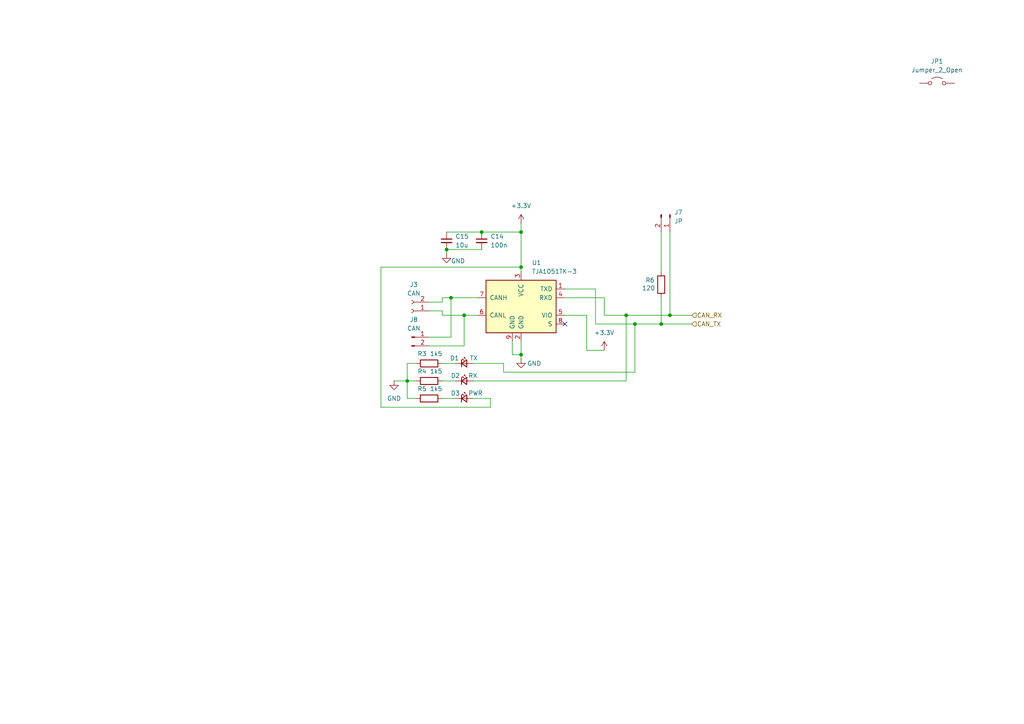
<source format=kicad_sch>
(kicad_sch (version 20250114) (generator "eeschema") (generator_version "9.0")
  (paper "A4")
  (lib_symbols
    (symbol "Connector:Conn_01x02_Pin" (pin_names (offset 1.016) (hide yes))
      (property "Reference" "J" (at 0 2.54 0))
      (property "Value" "Conn_01x02_Pin" (at 0 -5.08 0))
      (symbol "Conn_01x02_Pin_1_1"
        (rectangle (start 0.8636 0.127) (end 0 -0.127) (stroke (width 0.1524)) (fill (type outline)))
        (rectangle (start 0.8636 -2.413) (end 0 -2.667) (stroke (width 0.1524)) (fill (type outline)))
        (polyline (pts (xy 1.27 0) (xy 0.8636 0)) (stroke (width 0.1524)))
        (polyline (pts (xy 1.27 -2.54) (xy 0.8636 -2.54)) (stroke (width 0.1524)))
        (pin passive line (at 5.08 0 180) (length 3.81) (name "Pin_1") (number "1"))
        (pin passive line (at 5.08 -2.54 180) (length 3.81) (name "Pin_2") (number "2"))
      )
    )
    (symbol "Connector:Conn_01x02_Socket" (pin_names (offset 1.016) (hide yes))
      (property "Reference" "J" (at 0 2.54 0))
      (property "Value" "Conn_01x02_Socket" (at 0 -5.08 0))
      (symbol "Conn_01x02_Socket_1_1"
        (polyline (pts (xy -1.27 0) (xy -0.508 0)) (stroke (width 0.1524)))
        (polyline (pts (xy -1.27 -2.54) (xy -0.508 -2.54)) (stroke (width 0.1524)))
        (arc (start 0 -0.508) (mid -0.5058 0) (end 0 0.508) (stroke (width 0.1524)))
        (arc (start 0 -3.048) (mid -0.5058 -2.54) (end 0 -2.032) (stroke (width 0.1524)))
        (pin passive line (at -5.08 0 0) (length 3.81) (name "Pin_1") (number "1"))
        (pin passive line (at -5.08 -2.54 0) (length 3.81) (name "Pin_2") (number "2"))
      )
    )
    (symbol "Device:C_Small" (pin_numbers (hide yes)) (pin_names (offset 0.254) (hide yes))
      (property "Reference" "C" (at 0.254 1.778 0))
      (property "Value" "C_Small" (at 0.254 -2.032 0))
      (symbol "C_Small_0_1"
        (polyline (pts (xy -1.524 0.508) (xy 1.524 0.508)) (stroke (width 0.3048)))
        (polyline (pts (xy -1.524 -0.508) (xy 1.524 -0.508)) (stroke (width 0.3302)))
      )
      (symbol "C_Small_1_1"
        (pin passive line (at 0 2.54 270) (length 2.032) (name "~") (number "1"))
        (pin passive line (at 0 -2.54 90) (length 2.032) (name "~") (number "2"))
      )
    )
    (symbol "Device:LED_Small" (pin_numbers (hide yes)) (pin_names (offset 0.254) (hide yes))
      (property "Reference" "D" (at -1.27 3.175 0))
      (property "Value" "LED_Small" (at -4.445 -2.54 0))
      (symbol "LED_Small_0_1"
        (polyline (pts (xy -0.762 -1.016) (xy -0.762 1.016)) (stroke (width 0.254)))
        (polyline (pts (xy 0 0.762) (xy -0.508 1.27) (xy -0.254 1.27) (xy -0.508 1.27) (xy -0.508 1.016)))
        (polyline (pts (xy 0.508 1.27) (xy 0 1.778) (xy 0.254 1.778) (xy 0 1.778) (xy 0 1.524)))
        (polyline (pts (xy 0.762 -1.016) (xy -0.762 0) (xy 0.762 1.016) (xy 0.762 -1.016)) (stroke (width 0.254)))
        (polyline (pts (xy 1.016 0) (xy -0.762 0)))
      )
      (symbol "LED_Small_1_1"
        (pin passive line (at -2.54 0 0) (length 1.778) (name "K") (number "1"))
        (pin passive line (at 2.54 0 180) (length 1.778) (name "A") (number "2"))
      )
    )
    (symbol "Device:R" (pin_numbers (hide yes)) (pin_names (offset 0))
      (property "Reference" "R" (at 2.032 0 90))
      (property "Value" "R" (at 0 0 90))
      (symbol "R_0_1"
        (rectangle (start -1.016 -2.54) (end 1.016 2.54) (stroke (width 0.254)))
      )
      (symbol "R_1_1"
        (pin passive line (at 0 3.81 270) (length 1.27) (name "~") (number "1"))
        (pin passive line (at 0 -3.81 90) (length 1.27) (name "~") (number "2"))
      )
    )
    (symbol "Interface_CAN_LIN:TJA1051TK-3" (pin_names (offset 1.016))
      (property "Reference" "U" (at -10.16 8.89 0))
      (property "Value" "TJA1051TK-3" (at 1.27 8.89 0))
      (symbol "TJA1051TK-3_0_1"
        (rectangle (start -10.16 7.62) (end 10.16 -7.62) (stroke (width 0.254)) (fill (type background)))
      )
      (symbol "TJA1051TK-3_1_1"
        (pin input line (at -12.7 5.08 0) (length 2.54) (name "TXD") (number "1"))
        (pin output line (at -12.7 2.54 0) (length 2.54) (name "RXD") (number "4"))
        (pin power_in line (at -12.7 -2.54 0) (length 2.54) (name "VIO") (number "5"))
        (pin input line (at -12.7 -5.08 0) (length 2.54) (name "S") (number "8"))
        (pin power_in line (at 0 10.16 270) (length 2.54) (name "VCC") (number "3"))
        (pin power_in line (at 0 -10.16 90) (length 2.54) (name "GND") (number "2"))
        (pin power_in line (at 2.54 -10.16 90) (length 2.54) (name "GND") (number "9"))
        (pin bidirectional line (at 12.7 2.54 180) (length 2.54) (name "CANH") (number "7"))
        (pin bidirectional line (at 12.7 -2.54 180) (length 2.54) (name "CANL") (number "6"))
      )
    )
    (symbol "Jumper:Jumper_2_Open" (pin_numbers (hide yes)) (pin_names (offset 0) (hide yes)) (exclude_from_sim yes)
      (property "Reference" "JP" (at 0 2.794 0))
      (property "Value" "Jumper_2_Open" (at 0 -2.286 0))
      (symbol "Jumper_2_Open_0_0"
        (circle (center -2.032 0) (radius 0.508))
        (circle (center 2.032 0) (radius 0.508))
      )
      (symbol "Jumper_2_Open_0_1"
        (arc (start -1.524 1.27) (mid 0 1.778) (end 1.524 1.27))
      )
      (symbol "Jumper_2_Open_1_1"
        (pin passive line (at -5.08 0 0) (length 2.54) (name "A") (number "1"))
        (pin passive line (at 5.08 0 180) (length 2.54) (name "B") (number "2"))
      )
    )
    (symbol "power:+3.3V" (power) (pin_numbers (hide yes)) (pin_names (offset 0) (hide yes))
      (property "Value" "+3.3V" (at 0 3.556 0))
      (symbol "+3.3V_0_1"
        (polyline (pts (xy -0.762 1.27) (xy 0 2.54)))
        (polyline (pts (xy 0 2.54) (xy 0.762 1.27)))
        (polyline (pts (xy 0 0) (xy 0 2.54)))
      )
      (symbol "+3.3V_1_1"
        (pin power_in line (at 0 0 90) (length 0) (name "~") (number "1"))
      )
    )
    (symbol "power:GND" (power) (pin_numbers (hide yes)) (pin_names (offset 0) (hide yes))
      (property "Value" "GND" (at 0 -3.81 0))
      (symbol "GND_0_1"
        (polyline (pts (xy 0 0) (xy 0 -1.27) (xy 1.27 -1.27) (xy 0 -2.54) (xy -1.27 -1.27) (xy 0 -1.27)))
      )
      (symbol "GND_1_1"
        (pin power_in line (at 0 0 270) (length 0) (name "~") (number "1"))
      )
    )
  )
  (junction (at 191.77 93.98))
  (junction (at 130.81 86.36))
  (junction (at 118.11 110.49))
  (junction (at 151.13 67.31))
  (junction (at 151.13 77.47))
  (junction (at 151.13 102.87))
  (junction (at 194.31 91.44))
  (junction (at 129.54 72.39))
  (junction (at 139.7 67.31))
  (junction (at 184.15 93.98))
  (junction (at 134.62 91.44))
  (junction (at 181.61 91.44))
  (no_connect (at 163.83 93.98))
  (wire (pts (xy 181.61 91.44) (xy 194.31 91.44)))
  (wire (pts (xy 120.65 105.41) (xy 118.11 105.41)))
  (wire (pts (xy 118.11 115.57) (xy 118.11 110.49)))
  (wire (pts (xy 118.11 110.49) (xy 120.65 110.49)))
  (wire (pts (xy 146.05 105.41) (xy 137.16 105.41)))
  (wire (pts (xy 118.11 110.49) (xy 114.3 110.49)))
  (wire (pts (xy 170.18 101.6) (xy 175.26 101.6)))
  (wire (pts (xy 181.61 91.44) (xy 181.61 110.49)))
  (wire (pts (xy 110.49 77.47) (xy 110.49 118.11)))
  (wire (pts (xy 184.15 107.95) (xy 146.05 107.95)))
  (wire (pts (xy 148.59 99.06) (xy 148.59 102.87)))
  (wire (pts (xy 118.11 105.41) (xy 118.11 110.49)))
  (wire (pts (xy 138.43 86.36) (xy 130.81 86.36)))
  (wire (pts (xy 128.27 105.41) (xy 132.08 105.41)))
  (wire (pts (xy 172.72 93.98) (xy 172.72 83.82)))
  (wire (pts (xy 148.59 102.87) (xy 151.13 102.87)))
  (wire (pts (xy 151.13 102.87) (xy 151.13 104.14)))
  (wire (pts (xy 163.83 86.36) (xy 175.26 86.36)))
  (wire (pts (xy 130.81 86.36) (xy 128.27 86.36)))
  (wire (pts (xy 194.31 67.31) (xy 194.31 91.44)))
  (wire (pts (xy 110.49 118.11) (xy 142.24 118.11)))
  (wire (pts (xy 163.83 91.44) (xy 170.18 91.44)))
  (wire (pts (xy 172.72 83.82) (xy 163.83 83.82)))
  (wire (pts (xy 137.16 110.49) (xy 181.61 110.49)))
  (wire (pts (xy 130.81 86.36) (xy 130.81 97.79)))
  (wire (pts (xy 191.77 93.98) (xy 200.66 93.98)))
  (wire (pts (xy 172.72 93.98) (xy 184.15 93.98)))
  (wire (pts (xy 128.27 86.36) (xy 128.27 87.63)))
  (wire (pts (xy 170.18 91.44) (xy 170.18 101.6)))
  (wire (pts (xy 129.54 72.39) (xy 129.54 73.66)))
  (wire (pts (xy 175.26 91.44) (xy 181.61 91.44)))
  (wire (pts (xy 128.27 90.17) (xy 124.46 90.17)))
  (wire (pts (xy 129.54 67.31) (xy 139.7 67.31)))
  (wire (pts (xy 128.27 115.57) (xy 132.08 115.57)))
  (wire (pts (xy 120.65 115.57) (xy 118.11 115.57)))
  (wire (pts (xy 151.13 77.47) (xy 151.13 78.74)))
  (wire (pts (xy 134.62 91.44) (xy 134.62 100.33)))
  (wire (pts (xy 151.13 67.31) (xy 151.13 77.47)))
  (wire (pts (xy 175.26 91.44) (xy 175.26 86.36)))
  (wire (pts (xy 142.24 115.57) (xy 137.16 115.57)))
  (wire (pts (xy 191.77 86.36) (xy 191.77 93.98)))
  (wire (pts (xy 146.05 107.95) (xy 146.05 105.41)))
  (wire (pts (xy 138.43 91.44) (xy 134.62 91.44)))
  (wire (pts (xy 194.31 91.44) (xy 200.66 91.44)))
  (wire (pts (xy 129.54 72.39) (xy 139.7 72.39)))
  (wire (pts (xy 184.15 93.98) (xy 191.77 93.98)))
  (wire (pts (xy 128.27 91.44) (xy 128.27 90.17)))
  (wire (pts (xy 151.13 77.47) (xy 110.49 77.47)))
  (wire (pts (xy 130.81 97.79) (xy 124.46 97.79)))
  (wire (pts (xy 134.62 100.33) (xy 124.46 100.33)))
  (wire (pts (xy 139.7 67.31) (xy 151.13 67.31)))
  (wire (pts (xy 151.13 64.77) (xy 151.13 67.31)))
  (wire (pts (xy 128.27 87.63) (xy 124.46 87.63)))
  (wire (pts (xy 128.27 110.49) (xy 132.08 110.49)))
  (wire (pts (xy 142.24 118.11) (xy 142.24 115.57)))
  (wire (pts (xy 184.15 93.98) (xy 184.15 107.95)))
  (wire (pts (xy 191.77 67.31) (xy 191.77 78.74)))
  (wire (pts (xy 151.13 99.06) (xy 151.13 102.87)))
  (wire (pts (xy 134.62 91.44) (xy 128.27 91.44)))
  (hierarchical_label "CAN_RX" (shape input) (at 200.66 91.44 0))
  (hierarchical_label "CAN_TX" (shape input) (at 200.66 93.98 0))
  (symbol (lib_id "Interface_CAN_LIN:TJA1051TK-3") (at 151.13 88.9 0) (mirror y) (unit 1)
    (property "Reference" "U1" (at 154.2481 76.2 0) (effects (justify right)))
    (property "Value" "TJA1051TK-3" (at 154.2481 78.74 0) (effects (justify right)))
    (property "Footprint" "Package_DFN_QFN:DFN-8-1EP_3x3mm_P0.65mm_EP1.55x2.4mm" (effects (hide yes)))
    (property "Datasheet" "http://www.nxp.com/docs/en/data-sheet/TJA1051.pdf" (effects (hide yes)))
    (property "Description" "High-Speed CAN Transceiver, separate VIO, silent mode, DFN-8" (effects (hide yes)))
  )
  (symbol (lib_id "Device:R") (at 191.77 82.55 0) (unit 1)
    (property "Reference" "R6" (at 187.198 81.28 0) (effects (justify left)))
    (property "Value" "120" (at 186.182 83.566 0) (effects (justify left)))
    (property "Description" "Resistor" (effects (hide yes)))
  )
  (symbol (lib_id "power:GND") (at 114.3 110.49 0) (unit 1)
    (property "Reference" "#PWR026" (effects (hide yes)))
    (property "Value" "GND" (at 114.3 115.57 0))
    (property "Description" "Power symbol creates a global label with name \"GND\" , ground" (effects (hide yes)))
  )
  (symbol (lib_id "Device:R") (at 124.46 110.49 90) (unit 1)
    (property "Reference" "R4" (at 122.428 107.696 90))
    (property "Value" "1k5" (at 126.492 107.696 90))
    (property "Description" "Resistor" (effects (hide yes)))
  )
  (symbol (lib_id "Device:C_Small") (at 139.7 69.85 0) (unit 1)
    (property "Reference" "C14" (at 142.24 68.58 0) (effects (justify left)))
    (property "Value" "100n" (at 142.24 71.1262 0) (effects (justify left)))
    (property "Description" "Unpolarized capacitor, small symbol" (effects (hide yes)))
  )
  (symbol (lib_id "Connector:Conn_01x02_Pin") (at 119.38 97.79 0) (unit 1)
    (property "Reference" "J8" (at 120.015 92.71 0))
    (property "Value" "CAN" (at 120.015 95.25 0))
    (property "Description" "Generic connector, single row, 01x02, script generated" (effects (hide yes)))
  )
  (symbol (lib_id "Device:LED_Small") (at 134.62 115.57 0) (unit 1)
    (property "Reference" "D3" (at 132.08 114.046 0))
    (property "Value" "PWR" (at 137.922 114.046 0))
    (property "Description" "Light emitting diode, small symbol" (effects (hide yes)))
    (property "Sim.Pin" "1=K 2=A" (effects (hide yes)))
  )
  (symbol (lib_id "power:GND") (at 151.13 104.14 0) (unit 1)
    (property "Reference" "#PWR024" (effects (hide yes)))
    (property "Value" "GND" (at 154.94 105.41 0))
    (property "Description" "Power symbol creates a global label with name \"GND\" , ground" (effects (hide yes)))
  )
  (symbol (lib_id "Device:C_Small") (at 129.54 69.85 0) (unit 1)
    (property "Reference" "C15" (at 132.08 68.58 0) (effects (justify left)))
    (property "Value" "10u" (at 132.08 71.1262 0) (effects (justify left)))
    (property "Description" "Unpolarized capacitor, small symbol" (effects (hide yes)))
  )
  (symbol (lib_id "power:+3.3V") (at 175.26 101.6 0) (unit 1)
    (property "Reference" "#PWR023" (effects (hide yes)))
    (property "Value" "+3.3V" (at 175.26 96.52 0))
    (property "Description" "Power symbol creates a global label with name \"+3.3V\"" (effects (hide yes)))
  )
  (symbol (lib_id "Device:R") (at 124.46 105.41 90) (unit 1)
    (property "Reference" "R3" (at 122.428 102.616 90))
    (property "Value" "1k5" (at 126.492 102.616 90))
    (property "Description" "Resistor" (effects (hide yes)))
  )
  (symbol (lib_id "Device:LED_Small") (at 134.62 110.49 0) (unit 1)
    (property "Reference" "D2" (at 132.08 108.966 0))
    (property "Value" "RX" (at 137.16 108.966 0))
    (property "Description" "Light emitting diode, small symbol" (effects (hide yes)))
    (property "Sim.Pin" "1=K 2=A" (effects (hide yes)))
  )
  (symbol (lib_id "power:+3.3V") (at 151.13 64.77 0) (unit 1)
    (property "Reference" "#PWR025" (effects (hide yes)))
    (property "Value" "+3.3V" (at 151.13 59.69 0))
    (property "Description" "Power symbol creates a global label with name \"+3.3V\"" (effects (hide yes)))
  )
  (symbol (lib_id "Device:LED_Small") (at 134.62 105.41 0) (unit 1)
    (property "Reference" "D1" (at 131.826 103.886 0))
    (property "Value" "TX" (at 137.414 103.886 0))
    (property "Description" "Light emitting diode, small symbol" (effects (hide yes)))
    (property "Sim.Pin" "1=K 2=A" (effects (hide yes)))
  )
  (symbol (lib_id "power:GND") (at 129.54 73.66 0) (unit 1)
    (property "Reference" "#PWR027" (effects (hide yes)))
    (property "Value" "GND" (at 132.842 75.692 0))
    (property "Description" "Power symbol creates a global label with name \"GND\" , ground" (effects (hide yes)))
  )
  (symbol (lib_id "Device:R") (at 124.46 115.57 90) (unit 1)
    (property "Reference" "R5" (at 122.428 112.776 90))
    (property "Value" "1k5" (at 126.492 112.776 90))
    (property "Description" "Resistor" (effects (hide yes)))
  )
  (symbol (lib_id "Jumper:Jumper_2_Open") (at 271.78 24.13 0) (unit 1) (exclude_from_sim yes)
    (property "Reference" "JP1" (at 271.78 17.78 0))
    (property "Value" "Jumper_2_Open" (at 271.78 20.32 0))
    (property "Footprint" "Jumper:SolderJumper-2_P1.3mm_Bridged2Bar_Pad1.0x1.5mm" (effects (hide yes)))
    (property "Description" "Jumper, 2-pole, open" (effects (hide yes)))
  )
  (symbol (lib_id "Connector:Conn_01x02_Socket") (at 119.38 90.17 180) (unit 1)
    (property "Reference" "J3" (at 120.015 82.55 0))
    (property "Value" "CAN" (at 120.015 85.09 0))
    (property "Description" "Generic connector, single row, 01x02, script generated" (effects (hide yes)))
  )
  (symbol (lib_id "Connector:Conn_01x02_Pin") (at 194.31 62.23 270) (unit 1)
    (property "Reference" "J7" (at 195.58 61.5949 90) (effects (justify left)))
    (property "Value" "JP" (at 195.58 64.1349 90) (effects (justify left)))
    (property "Description" "Generic connector, single row, 01x02, script generated" (effects (hide yes)))
  )
)
</source>
